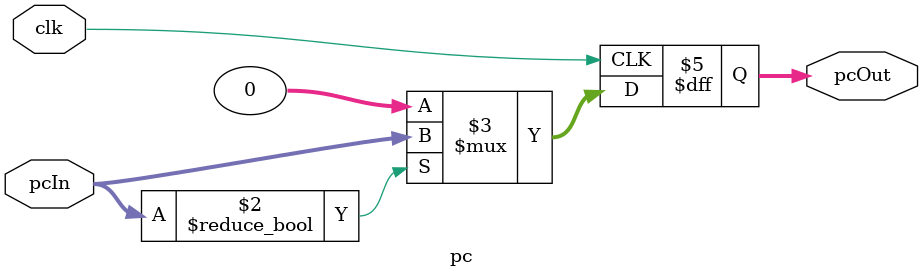
<source format=v>
module pc (
    input clk,
    input [31:0] pcIn,
    output reg[31:0] pcOut
);

initial begin 
	pcOut = 32'd0;
end
	

always @(posedge clk) begin
	pcOut = (pcIn) ? pcIn: 32'd0;
end

endmodule
</source>
